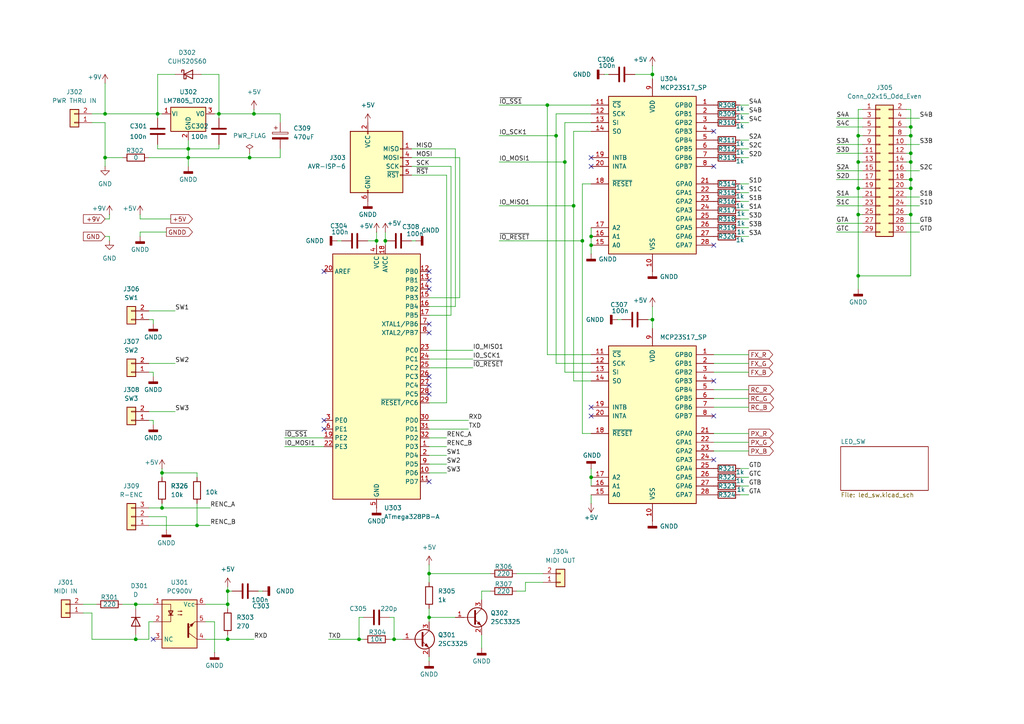
<source format=kicad_sch>
(kicad_sch (version 20250114) (generator "eeschema") (generator_version "9.0")
  (paper "A4")
  (title_block (title "Swticher Matrix 4x4") (date "2025-12-10") (rev "r1p0") (company "Optoland Design") (comment 1 "Chuck Timber"))
  (junction (at 57.15 152.4))
  (junction (at 72.39 45.72))
  (junction (at 264.16 36.83))
  (junction (at 166.37 59.69))
  (junction (at 63.5 33.02))
  (junction (at 45.72 33.02))
  (junction (at 161.29 39.37))
  (junction (at 264.16 54.61))
  (junction (at 189.23 21.59))
  (junction (at 248.92 62.23))
  (junction (at 124.46 179.07))
  (junction (at 114.3 185.42))
  (junction (at 264.16 44.45))
  (junction (at 264.16 39.37))
  (junction (at 46.99 147.32))
  (junction (at 248.92 39.37))
  (junction (at 171.45 138.43))
  (junction (at 171.45 71.12))
  (junction (at 39.37 175.26))
  (junction (at 66.04 171.45))
  (junction (at 66.04 185.42))
  (junction (at 264.16 52.07))
  (junction (at 73.66 33.02))
  (junction (at 168.91 69.85))
  (junction (at 104.14 185.42))
  (junction (at 54.61 43.18))
  (junction (at 264.16 46.99))
  (junction (at 109.22 69.85))
  (junction (at 158.75 30.48))
  (junction (at 189.23 92.71))
  (junction (at 264.16 62.23))
  (junction (at 66.04 175.26))
  (junction (at 46.99 137.16))
  (junction (at 171.45 68.58))
  (junction (at 54.61 45.72))
  (junction (at 124.46 166.37))
  (junction (at 163.83 46.99))
  (junction (at 248.92 80.01))
  (junction (at 248.92 54.61))
  (junction (at 30.48 45.72))
  (junction (at 248.92 46.99))
  (junction (at 111.76 69.85))
  (junction (at 30.48 33.02))
  (junction (at 39.37 185.42))
  (no_connect (at 93.98 124.46))
  (no_connect (at 124.46 81.28))
  (no_connect (at 207.01 110.49))
  (no_connect (at 207.01 48.26))
  (no_connect (at 124.46 139.7))
  (no_connect (at 207.01 38.1))
  (no_connect (at 124.46 96.52))
  (no_connect (at 124.46 93.98))
  (no_connect (at 124.46 83.82))
  (no_connect (at 207.01 120.65))
  (no_connect (at 44.45 185.42))
  (no_connect (at 124.46 109.22))
  (no_connect (at 171.45 45.72))
  (no_connect (at 207.01 71.12))
  (no_connect (at 124.46 114.3))
  (no_connect (at 124.46 78.74))
  (no_connect (at 207.01 133.35))
  (no_connect (at 124.46 111.76))
  (no_connect (at 93.98 121.92))
  (no_connect (at 171.45 120.65))
  (no_connect (at 171.45 48.26))
  (no_connect (at 171.45 118.11))
  (no_connect (at 93.98 78.74))
  (wire (pts (xy 168.91 125.73) (xy 171.45 125.73)))
  (wire (pts (xy 66.04 170.18) (xy 66.04 171.45)))
  (wire (pts (xy 144.78 59.69) (xy 166.37 59.69)))
  (wire (pts (xy 149.86 166.37) (xy 157.48 166.37)))
  (wire (pts (xy 35.56 175.26) (xy 39.37 175.26)))
  (wire (pts (xy 45.72 21.59) (xy 50.8 21.59)))
  (wire (pts (xy 57.15 152.4) (xy 60.96 152.4)))
  (wire (pts (xy 58.42 21.59) (xy 63.5 21.59)))
  (wire (pts (xy 168.91 53.34) (xy 168.91 69.85)))
  (wire (pts (xy 62.23 180.34) (xy 62.23 189.23)))
  (wire (pts (xy 242.57 41.91) (xy 250.19 41.91)))
  (wire (pts (xy 43.18 107.95) (xy 44.45 107.95)))
  (wire (pts (xy 166.37 110.49) (xy 171.45 110.49)))
  (wire (pts (xy 73.66 31.75) (xy 73.66 33.02)))
  (wire (pts (xy 119.38 48.26) (xy 130.81 48.26)))
  (wire (pts (xy 214.63 66.04) (xy 217.17 66.04)))
  (wire (pts (xy 248.92 39.37) (xy 248.92 46.99)))
  (wire (pts (xy 43.18 121.92) (xy 44.45 121.92)))
  (wire (pts (xy 242.57 44.45) (xy 250.19 44.45)))
  (wire (pts (xy 73.66 33.02) (xy 81.28 33.02)))
  (wire (pts (xy 214.63 45.72) (xy 217.17 45.72)))
  (wire (pts (xy 264.16 46.99) (xy 264.16 52.07)))
  (wire (pts (xy 30.48 68.58) (xy 31.75 68.58)))
  (wire (pts (xy 106.68 69.85) (xy 109.22 69.85)))
  (wire (pts (xy 264.16 62.23) (xy 264.16 80.01)))
  (wire (pts (xy 30.48 24.13) (xy 30.48 33.02)))
  (wire (pts (xy 171.45 71.12) (xy 171.45 73.66)))
  (wire (pts (xy 45.72 43.18) (xy 54.61 43.18)))
  (wire (pts (xy 40.64 67.31) (xy 48.26 67.31)))
  (wire (pts (xy 26.67 177.8) (xy 26.67 185.42)))
  (wire (pts (xy 214.63 140.97) (xy 217.17 140.97)))
  (wire (pts (xy 43.18 147.32) (xy 46.99 147.32)))
  (wire (pts (xy 66.04 171.45) (xy 66.04 175.26)))
  (wire (pts (xy 242.57 59.69) (xy 250.19 59.69)))
  (wire (pts (xy 45.72 33.02) (xy 45.72 34.29)))
  (wire (pts (xy 171.45 138.43) (xy 171.45 140.97)))
  (wire (pts (xy 97.79 69.85) (xy 99.06 69.85)))
  (wire (pts (xy 111.76 69.85) (xy 111.76 71.12)))
  (wire (pts (xy 31.75 68.58) (xy 31.75 69.85)))
  (wire (pts (xy 264.16 36.83) (xy 264.16 39.37)))
  (wire (pts (xy 81.28 33.02) (xy 81.28 35.56)))
  (wire (pts (xy 76.2 171.45) (xy 74.93 171.45)))
  (wire (pts (xy 124.46 88.9) (xy 132.08 88.9)))
  (wire (pts (xy 161.29 105.41) (xy 171.45 105.41)))
  (wire (pts (xy 262.89 62.23) (xy 264.16 62.23)))
  (wire (pts (xy 124.46 86.36) (xy 133.35 86.36)))
  (wire (pts (xy 262.89 31.75) (xy 264.16 31.75)))
  (wire (pts (xy 82.55 129.54) (xy 93.98 129.54)))
  (wire (pts (xy 46.99 137.16) (xy 57.15 137.16)))
  (wire (pts (xy 214.63 60.96) (xy 217.17 60.96)))
  (wire (pts (xy 264.16 39.37) (xy 264.16 44.45)))
  (wire (pts (xy 152.4 168.91) (xy 152.4 171.45)))
  (wire (pts (xy 214.63 40.64) (xy 217.17 40.64)))
  (wire (pts (xy 248.92 46.99) (xy 250.19 46.99)))
  (wire (pts (xy 54.61 40.64) (xy 54.61 43.18)))
  (wire (pts (xy 109.22 69.85) (xy 109.22 71.12)))
  (wire (pts (xy 82.55 127) (xy 93.98 127)))
  (wire (pts (xy 26.67 185.42) (xy 39.37 185.42)))
  (wire (pts (xy 54.61 45.72) (xy 54.61 48.26)))
  (wire (pts (xy 242.57 36.83) (xy 250.19 36.83)))
  (wire (pts (xy 124.46 190.5) (xy 124.46 191.77)))
  (wire (pts (xy 149.86 171.45) (xy 152.4 171.45)))
  (wire (pts (xy 207.01 118.11) (xy 217.17 118.11)))
  (wire (pts (xy 132.08 88.9) (xy 132.08 43.18)))
  (wire (pts (xy 248.92 54.61) (xy 250.19 54.61)))
  (wire (pts (xy 217.17 130.81) (xy 207.01 130.81)))
  (wire (pts (xy 264.16 44.45) (xy 264.16 46.99)))
  (wire (pts (xy 40.64 67.31) (xy 40.64 68.58)))
  (wire (pts (xy 66.04 175.26) (xy 66.04 176.53)))
  (wire (pts (xy 30.48 45.72) (xy 35.56 45.72)))
  (wire (pts (xy 144.78 69.85) (xy 168.91 69.85)))
  (wire (pts (xy 163.83 107.95) (xy 171.45 107.95)))
  (wire (pts (xy 242.57 34.29) (xy 250.19 34.29)))
  (wire (pts (xy 214.63 55.88) (xy 217.17 55.88)))
  (wire (pts (xy 124.46 163.83) (xy 124.46 166.37)))
  (wire (pts (xy 163.83 35.56) (xy 171.45 35.56)))
  (wire (pts (xy 189.23 19.05) (xy 189.23 21.59)))
  (wire (pts (xy 158.75 30.48) (xy 158.75 102.87)))
  (wire (pts (xy 39.37 185.42) (xy 43.18 185.42)))
  (wire (pts (xy 214.63 58.42) (xy 217.17 58.42)))
  (wire (pts (xy 144.78 46.99) (xy 163.83 46.99)))
  (wire (pts (xy 45.72 21.59) (xy 45.72 33.02)))
  (wire (pts (xy 124.46 106.68) (xy 137.16 106.68)))
  (wire (pts (xy 262.89 67.31) (xy 266.7 67.31)))
  (wire (pts (xy 59.69 185.42) (xy 66.04 185.42)))
  (wire (pts (xy 139.7 171.45) (xy 142.24 171.45)))
  (wire (pts (xy 45.72 33.02) (xy 46.99 33.02)))
  (wire (pts (xy 171.45 66.04) (xy 171.45 68.58)))
  (wire (pts (xy 30.48 35.56) (xy 30.48 45.72)))
  (wire (pts (xy 135.89 121.92) (xy 124.46 121.92)))
  (wire (pts (xy 171.45 135.89) (xy 171.45 138.43)))
  (wire (pts (xy 63.5 21.59) (xy 63.5 33.02)))
  (wire (pts (xy 130.81 91.44) (xy 130.81 48.26)))
  (wire (pts (xy 54.61 43.18) (xy 63.5 43.18)))
  (wire (pts (xy 124.46 134.62) (xy 129.54 134.62)))
  (wire (pts (xy 43.18 45.72) (xy 54.61 45.72)))
  (wire (pts (xy 262.89 41.91) (xy 266.7 41.91)))
  (wire (pts (xy 124.46 166.37) (xy 124.46 168.91)))
  (wire (pts (xy 214.63 35.56) (xy 217.17 35.56)))
  (wire (pts (xy 40.64 63.5) (xy 40.64 62.23)))
  (wire (pts (xy 152.4 168.91) (xy 157.48 168.91)))
  (wire (pts (xy 264.16 52.07) (xy 264.16 54.61)))
  (wire (pts (xy 144.78 39.37) (xy 161.29 39.37)))
  (wire (pts (xy 30.48 33.02) (xy 45.72 33.02)))
  (wire (pts (xy 262.89 46.99) (xy 264.16 46.99)))
  (wire (pts (xy 48.26 149.86) (xy 48.26 153.67)))
  (wire (pts (xy 30.48 45.72) (xy 30.48 48.26)))
  (wire (pts (xy 63.5 33.02) (xy 63.5 34.29)))
  (wire (pts (xy 248.92 62.23) (xy 250.19 62.23)))
  (wire (pts (xy 81.28 43.18) (xy 81.28 45.72)))
  (wire (pts (xy 175.26 21.59) (xy 176.53 21.59)))
  (wire (pts (xy 189.23 88.9) (xy 189.23 92.71)))
  (wire (pts (xy 214.63 138.43) (xy 217.17 138.43)))
  (wire (pts (xy 114.3 185.42) (xy 116.84 185.42)))
  (wire (pts (xy 124.46 91.44) (xy 130.81 91.44)))
  (wire (pts (xy 262.89 49.53) (xy 266.7 49.53)))
  (wire (pts (xy 242.57 57.15) (xy 250.19 57.15)))
  (wire (pts (xy 242.57 64.77) (xy 250.19 64.77)))
  (wire (pts (xy 46.99 137.16) (xy 46.99 138.43)))
  (wire (pts (xy 242.57 67.31) (xy 250.19 67.31)))
  (wire (pts (xy 217.17 102.87) (xy 207.01 102.87)))
  (wire (pts (xy 54.61 43.18) (xy 54.61 45.72)))
  (wire (pts (xy 262.89 34.29) (xy 266.7 34.29)))
  (wire (pts (xy 264.16 54.61) (xy 264.16 62.23)))
  (wire (pts (xy 54.61 45.72) (xy 72.39 45.72)))
  (wire (pts (xy 161.29 39.37) (xy 161.29 105.41)))
  (wire (pts (xy 43.18 149.86) (xy 48.26 149.86)))
  (wire (pts (xy 24.13 175.26) (xy 27.94 175.26)))
  (wire (pts (xy 124.46 179.07) (xy 132.08 179.07)))
  (wire (pts (xy 44.45 107.95) (xy 44.45 109.22)))
  (wire (pts (xy 49.53 63.5) (xy 40.64 63.5)))
  (wire (pts (xy 248.92 62.23) (xy 248.92 80.01)))
  (wire (pts (xy 171.45 143.51) (xy 171.45 146.05)))
  (wire (pts (xy 179.07 92.71) (xy 180.34 92.71)))
  (wire (pts (xy 189.23 21.59) (xy 189.23 22.86)))
  (wire (pts (xy 248.92 46.99) (xy 248.92 54.61)))
  (wire (pts (xy 168.91 69.85) (xy 168.91 125.73)))
  (wire (pts (xy 129.54 116.84) (xy 124.46 116.84)))
  (wire (pts (xy 242.57 49.53) (xy 250.19 49.53)))
  (wire (pts (xy 43.18 92.71) (xy 44.45 92.71)))
  (wire (pts (xy 104.14 179.07) (xy 104.14 185.42)))
  (wire (pts (xy 57.15 146.05) (xy 57.15 152.4)))
  (wire (pts (xy 262.89 57.15) (xy 266.7 57.15)))
  (wire (pts (xy 124.46 127) (xy 129.54 127)))
  (wire (pts (xy 124.46 132.08) (xy 129.54 132.08)))
  (wire (pts (xy 262.89 39.37) (xy 264.16 39.37)))
  (wire (pts (xy 43.18 90.17) (xy 50.8 90.17)))
  (wire (pts (xy 248.92 39.37) (xy 250.19 39.37)))
  (wire (pts (xy 214.63 68.58) (xy 217.17 68.58)))
  (wire (pts (xy 137.16 101.6) (xy 124.46 101.6)))
  (wire (pts (xy 264.16 31.75) (xy 264.16 36.83)))
  (wire (pts (xy 124.46 137.16) (xy 129.54 137.16)))
  (wire (pts (xy 114.3 179.07) (xy 114.3 185.42)))
  (wire (pts (xy 214.63 63.5) (xy 217.17 63.5)))
  (wire (pts (xy 46.99 135.89) (xy 46.99 137.16)))
  (wire (pts (xy 26.67 33.02) (xy 30.48 33.02)))
  (wire (pts (xy 45.72 41.91) (xy 45.72 43.18)))
  (wire (pts (xy 72.39 44.45) (xy 72.39 45.72)))
  (wire (pts (xy 217.17 115.57) (xy 207.01 115.57)))
  (wire (pts (xy 119.38 45.72) (xy 133.35 45.72)))
  (wire (pts (xy 248.92 54.61) (xy 248.92 62.23)))
  (wire (pts (xy 248.92 80.01) (xy 264.16 80.01)))
  (wire (pts (xy 189.23 92.71) (xy 189.23 95.25)))
  (wire (pts (xy 66.04 171.45) (xy 67.31 171.45)))
  (wire (pts (xy 124.46 176.53) (xy 124.46 179.07)))
  (wire (pts (xy 166.37 38.1) (xy 171.45 38.1)))
  (wire (pts (xy 30.48 63.5) (xy 31.75 63.5)))
  (wire (pts (xy 39.37 175.26) (xy 39.37 176.53)))
  (wire (pts (xy 214.63 30.48) (xy 217.17 30.48)))
  (wire (pts (xy 242.57 52.07) (xy 250.19 52.07)))
  (wire (pts (xy 217.17 105.41) (xy 207.01 105.41)))
  (wire (pts (xy 144.78 30.48) (xy 158.75 30.48)))
  (wire (pts (xy 158.75 30.48) (xy 171.45 30.48)))
  (wire (pts (xy 168.91 53.34) (xy 171.45 53.34)))
  (wire (pts (xy 214.63 53.34) (xy 217.17 53.34)))
  (wire (pts (xy 113.03 179.07) (xy 114.3 179.07)))
  (wire (pts (xy 43.18 119.38) (xy 50.8 119.38)))
  (wire (pts (xy 59.69 175.26) (xy 66.04 175.26)))
  (wire (pts (xy 161.29 33.02) (xy 161.29 39.37)))
  (wire (pts (xy 166.37 38.1) (xy 166.37 59.69)))
  (wire (pts (xy 214.63 143.51) (xy 217.17 143.51)))
  (wire (pts (xy 161.29 33.02) (xy 171.45 33.02)))
  (wire (pts (xy 63.5 33.02) (xy 73.66 33.02)))
  (wire (pts (xy 120.65 69.85) (xy 119.38 69.85)))
  (wire (pts (xy 184.15 21.59) (xy 189.23 21.59)))
  (wire (pts (xy 262.89 59.69) (xy 266.7 59.69)))
  (wire (pts (xy 133.35 86.36) (xy 133.35 45.72)))
  (wire (pts (xy 139.7 184.15) (xy 139.7 187.96)))
  (wire (pts (xy 31.75 63.5) (xy 31.75 62.23)))
  (wire (pts (xy 262.89 52.07) (xy 264.16 52.07)))
  (wire (pts (xy 26.67 35.56) (xy 30.48 35.56)))
  (wire (pts (xy 72.39 45.72) (xy 81.28 45.72)))
  (wire (pts (xy 39.37 175.26) (xy 44.45 175.26)))
  (wire (pts (xy 217.17 107.95) (xy 207.01 107.95)))
  (wire (pts (xy 43.18 180.34) (xy 43.18 185.42)))
  (wire (pts (xy 262.89 54.61) (xy 264.16 54.61)))
  (wire (pts (xy 171.45 68.58) (xy 171.45 71.12)))
  (wire (pts (xy 46.99 147.32) (xy 60.96 147.32)))
  (wire (pts (xy 124.46 179.07) (xy 124.46 180.34)))
  (wire (pts (xy 66.04 185.42) (xy 66.04 184.15)))
  (wire (pts (xy 217.17 113.03) (xy 207.01 113.03)))
  (wire (pts (xy 124.46 166.37) (xy 142.24 166.37)))
  (wire (pts (xy 248.92 83.82) (xy 248.92 80.01)))
  (wire (pts (xy 137.16 104.14) (xy 124.46 104.14)))
  (wire (pts (xy 124.46 129.54) (xy 129.54 129.54)))
  (wire (pts (xy 113.03 185.42) (xy 114.3 185.42)))
  (wire (pts (xy 57.15 137.16) (xy 57.15 138.43)))
  (wire (pts (xy 111.76 67.31) (xy 111.76 69.85)))
  (wire (pts (xy 59.69 180.34) (xy 62.23 180.34)))
  (wire (pts (xy 104.14 185.42) (xy 105.41 185.42)))
  (wire (pts (xy 104.14 179.07) (xy 105.41 179.07)))
  (wire (pts (xy 139.7 171.45) (xy 139.7 173.99)))
  (wire (pts (xy 166.37 59.69) (xy 166.37 110.49)))
  (wire (pts (xy 24.13 177.8) (xy 26.67 177.8)))
  (wire (pts (xy 135.89 124.46) (xy 124.46 124.46)))
  (wire (pts (xy 66.04 185.42) (xy 73.66 185.42)))
  (wire (pts (xy 43.18 152.4) (xy 57.15 152.4)))
  (wire (pts (xy 109.22 67.31) (xy 109.22 69.85)))
  (wire (pts (xy 62.23 33.02) (xy 63.5 33.02)))
  (wire (pts (xy 214.63 43.18) (xy 217.17 43.18)))
  (wire (pts (xy 158.75 102.87) (xy 171.45 102.87)))
  (wire (pts (xy 217.17 128.27) (xy 207.01 128.27)))
  (wire (pts (xy 119.38 50.8) (xy 129.54 50.8)))
  (wire (pts (xy 262.89 36.83) (xy 264.16 36.83)))
  (wire (pts (xy 262.89 64.77) (xy 266.7 64.77)))
  (wire (pts (xy 43.18 105.41) (xy 50.8 105.41)))
  (wire (pts (xy 262.89 44.45) (xy 264.16 44.45)))
  (wire (pts (xy 95.25 185.42) (xy 104.14 185.42)))
  (wire (pts (xy 248.92 31.75) (xy 248.92 39.37)))
  (wire (pts (xy 214.63 33.02) (xy 217.17 33.02)))
  (wire (pts (xy 63.5 41.91) (xy 63.5 43.18)))
  (wire (pts (xy 119.38 43.18) (xy 132.08 43.18)))
  (wire (pts (xy 39.37 184.15) (xy 39.37 185.42)))
  (wire (pts (xy 214.63 135.89) (xy 217.17 135.89)))
  (wire (pts (xy 44.45 92.71) (xy 44.45 93.98)))
  (wire (pts (xy 44.45 121.92) (xy 44.45 123.19)))
  (wire (pts (xy 163.83 35.56) (xy 163.83 46.99)))
  (wire (pts (xy 43.18 180.34) (xy 44.45 180.34)))
  (wire (pts (xy 248.92 31.75) (xy 250.19 31.75)))
  (wire (pts (xy 187.96 92.71) (xy 189.23 92.71)))
  (wire (pts (xy 129.54 116.84) (xy 129.54 50.8)))
  (wire (pts (xy 46.99 146.05) (xy 46.99 147.32)))
  (wire (pts (xy 163.83 46.99) (xy 163.83 107.95)))
  (wire (pts (xy 217.17 125.73) (xy 207.01 125.73)))
  (label "IO_MISO1" (at 144.78 59.69 0))
  (label "SW3" (at 129.54 137.16 0))
  (label "RENC_A" (at 60.96 147.32 0))
  (label "~{IO_RESET}" (at 137.16 106.68 0))
  (label "S3D" (at 217.17 63.5 0))
  (label "RXD" (at 135.89 121.92 0))
  (label "S3B" (at 217.17 66.04 0))
  (label "S2D" (at 242.57 52.07 0))
  (label "GTB" (at 217.17 140.97 0))
  (label "S2D" (at 217.17 45.72 0))
  (label "SCK" (at 120.65 48.26 0))
  (label "S1D" (at 266.7 59.69 0))
  (label "S4C" (at 242.57 36.83 0))
  (label "S4A" (at 217.17 30.48 0))
  (label "IO_SCK1" (at 137.16 104.14 0))
  (label "SW2" (at 50.8 105.41 0))
  (label "S1C" (at 217.17 55.88 0))
  (label "S2A" (at 242.57 49.53 0))
  (label "~{IO_RESET}" (at 144.78 69.85 0))
  (label "SW2" (at 129.54 134.62 0))
  (label "IO_SCK1" (at 144.78 39.37 0))
  (label "SW1" (at 129.54 132.08 0))
  (label "~{IO_SS1}" (at 144.78 30.48 0))
  (label "MISO" (at 120.65 43.18 0))
  (label "S1B" (at 217.17 58.42 0))
  (label "GTB" (at 266.7 64.77 0))
  (label "S1A" (at 242.57 57.15 0))
  (label "GTA" (at 242.57 64.77 0))
  (label "S1B" (at 266.7 57.15 0))
  (label "GTC" (at 242.57 67.31 0))
  (label "S1D" (at 217.17 53.34 0))
  (label "S4B" (at 217.17 33.02 0))
  (label "GTA" (at 217.17 143.51 0))
  (label "RENC_A" (at 129.54 127 0))
  (label "S2C" (at 217.17 43.18 0))
  (label "S2C" (at 266.7 49.53 0))
  (label "RENC_B" (at 129.54 129.54 0))
  (label "~{IO_SS1}" (at 82.55 127 0))
  (label "SW1" (at 50.8 90.17 0))
  (label "GTD" (at 266.7 67.31 0))
  (label "TXD" (at 135.89 124.46 0))
  (label "IO_MISO1" (at 137.16 101.6 0))
  (label "GTD" (at 217.17 135.89 0))
  (label "S3B" (at 266.7 41.91 0))
  (label "S3D" (at 242.57 44.45 0))
  (label "S3A" (at 217.17 68.58 0))
  (label "S1A" (at 217.17 60.96 0))
  (label "IO_MOSI1" (at 82.55 129.54 0))
  (label "RENC_B" (at 60.96 152.4 0))
  (label "IO_MOSI1" (at 144.78 46.99 0))
  (label "MOSI" (at 120.65 45.72 0))
  (label "S4A" (at 242.57 34.29 0))
  (label "S4C" (at 217.17 35.56 0))
  (label "~{RST}" (at 120.65 50.8 0))
  (label "TXD" (at 95.25 185.42 0))
  (label "RXD" (at 73.66 185.42 0))
  (label "S4B" (at 266.7 34.29 0))
  (label "S1C" (at 242.57 59.69 0))
  (label "GTC" (at 217.17 138.43 0))
  (label "SW3" (at 50.8 119.38 0))
  (label "S2A" (at 217.17 40.64 0))
  (label "S3A" (at 242.57 41.91 0))
  (global_label "PX_B" (shape output) (at 217.17 130.81 0) (property "Intersheetrefs" "${INTERSHEET_REFS}" (effects (hide yes))))
  (global_label "+9V" (shape input) (at 30.48 63.5 180) (property "Intersheetrefs" "${INTERSHEET_REFS}" (effects (hide yes))))
  (global_label "+5V" (shape output) (at 49.53 63.5 0) (property "Intersheetrefs" "${INTERSHEET_REFS}" (effects (hide yes))))
  (global_label "RC_B" (shape output) (at 217.17 118.11 0) (property "Intersheetrefs" "${INTERSHEET_REFS}" (effects (hide yes))))
  (global_label "GND" (shape input) (at 30.48 68.58 180) (property "Intersheetrefs" "${INTERSHEET_REFS}" (effects (hide yes))))
  (global_label "PX_R" (shape output) (at 217.17 125.73 0) (property "Intersheetrefs" "${INTERSHEET_REFS}" (effects (hide yes))))
  (global_label "RC_R" (shape output) (at 217.17 113.03 0) (property "Intersheetrefs" "${INTERSHEET_REFS}" (effects (hide yes))))
  (global_label "GNDD" (shape output) (at 48.26 67.31 0) (property "Intersheetrefs" "${INTERSHEET_REFS}" (effects (hide yes))))
  (global_label "RC_G" (shape output) (at 217.17 115.57 0) (property "Intersheetrefs" "${INTERSHEET_REFS}" (effects (hide yes))))
  (global_label "FX_B" (shape output) (at 217.17 107.95 0) (property "Intersheetrefs" "${INTERSHEET_REFS}" (effects (hide yes))))
  (global_label "FX_G" (shape output) (at 217.17 105.41 0) (property "Intersheetrefs" "${INTERSHEET_REFS}" (effects (hide yes))))
  (global_label "PX_G" (shape output) (at 217.17 128.27 0) (property "Intersheetrefs" "${INTERSHEET_REFS}" (effects (hide yes))))
  (global_label "FX_R" (shape output) (at 217.17 102.87 0) (property "Intersheetrefs" "${INTERSHEET_REFS}" (effects (hide yes))))
  (symbol (lib_id "Connector_Generic:Conn_01x02") (at 38.1 107.95 180) (unit 1)
    (property "Reference" "J307" (at 38.1 99.06 0))
    (property "Value" "SW2" (at 38.1 101.6 0))
    (property "Footprint" "Connector_PinSocket_2.54mm:PinSocket_1x02_P2.54mm_Vertical" (effects (hide yes)))
    (property "Description" "Generic connector, single row, 01x02, script generated (kicad-library-utils/schlib/autogen/connector/)" (effects (hide yes)))
  )
  (symbol (lib_id "power:GNDD") (at 44.45 123.19 0) (mirror y) (unit 1)
    (property "Reference" "#PWR0336" (effects (hide yes)))
    (property "Value" "GNDD" (at 44.45 127 0))
    (property "Description" "Power symbol creates a global label with name \"GNDD\" , digital ground" (effects (hide yes)))
  )
  (symbol (lib_id "MyLib:PC900V") (at 52.07 180.34 0) (unit 1)
    (property "Reference" "U301" (at 52.07 168.91 0))
    (property "Value" "PC900V" (at 52.07 171.45 0))
    (property "Footprint" "Package_DIP:DIP-6_W7.62mm" (effects (hide yes)))
  )
  (symbol (lib_id "power:GNDD") (at 62.23 189.23 0) (mirror y) (unit 1)
    (property "Reference" "#PWR0308" (effects (hide yes)))
    (property "Value" "GNDD" (at 62.23 193.04 0))
    (property "Description" "Power symbol creates a global label with name \"GNDD\" , digital ground" (effects (hide yes)))
  )
  (symbol (lib_id "power:+5V") (at 109.22 67.31 0) (unit 1)
    (property "Reference" "#PWR0315" (effects (hide yes)))
    (property "Value" "+5V" (at 106.172 65.532 0))
    (property "Description" "Power symbol creates a global label with name \"+5V\"" (effects (hide yes)))
  )
  (symbol (lib_id "Device:R") (at 31.75 175.26 90) (mirror x) (unit 1)
    (property "Reference" "R301" (at 31.75 173.228 90))
    (property "Value" "220" (at 31.75 175.26 90))
    (property "Footprint" "Resistor_SMD:R_0603_1608Metric_Pad0.98x0.95mm_HandSolder" (effects (hide yes)))
    (property "Description" "Resistor" (effects (hide yes)))
  )
  (symbol (lib_id "Device:R") (at 66.04 180.34 0) (mirror y) (unit 1)
    (property "Reference" "R303" (at 68.58 179.0699 0) (effects (justify right)))
    (property "Value" "270" (at 68.58 181.6099 0) (effects (justify right)))
    (property "Footprint" "Resistor_THT:R_Axial_DIN0204_L3.6mm_D1.6mm_P2.54mm_Vertical" (effects (hide yes)))
    (property "Description" "Resistor" (effects (hide yes)))
  )
  (symbol (lib_id "Device:R") (at 210.82 45.72 270) (mirror x) (unit 1)
    (property "Reference" "R313" (at 210.82 45.72 90))
    (property "Value" "1k" (at 214.63 46.736 90))
    (property "Footprint" "Resistor_SMD:R_0603_1608Metric_Pad0.98x0.95mm_HandSolder" (effects (hide yes)))
    (property "Description" "Resistor" (effects (hide yes)))
  )
  (symbol (lib_id "power:GNDD") (at 179.07 92.71 270) (mirror x) (unit 1)
    (property "Reference" "#PWR0325" (effects (hide yes)))
    (property "Value" "GNDD" (at 175.26 92.7099 90) (effects (justify right)))
    (property "Description" "Power symbol creates a global label with name \"GNDD\" , digital ground" (effects (hide yes)))
  )
  (symbol (lib_id "Device:R") (at 124.46 172.72 0) (mirror y) (unit 1)
    (property "Reference" "R305" (at 127 171.4499 0) (effects (justify right)))
    (property "Value" "1k" (at 127 173.9899 0) (effects (justify right)))
    (property "Footprint" "Resistor_SMD:R_0603_1608Metric_Pad0.98x0.95mm_HandSolder" (effects (hide yes)))
    (property "Description" "Resistor" (effects (hide yes)))
  )
  (symbol (lib_id "power:PWR_FLAG") (at 72.39 44.45 0) (unit 1)
    (property "Reference" "#FLG0301" (effects (hide yes)))
    (property "Value" "PWR_FLAG" (at 72.39 39.37 0))
    (property "Description" "Special symbol for telling ERC where power comes from" (effects (hide yes)))
  )
  (symbol (lib_id "power:+5V") (at 31.75 62.23 0) (unit 1)
    (property "Reference" "#PWR0305" (effects (hide yes)))
    (property "Value" "+9V" (at 28.702 60.452 0))
    (property "Description" "Power symbol creates a global label with name \"+5V\"" (effects (hide yes)))
  )
  (symbol (lib_id "power:+5V") (at 40.64 62.23 0) (unit 1)
    (property "Reference" "#PWR0303" (effects (hide yes)))
    (property "Value" "+5V" (at 37.592 60.452 0))
    (property "Description" "Power symbol creates a global label with name \"+5V\"" (effects (hide yes)))
  )
  (symbol (lib_id "Connector_Generic:Conn_02x15_Odd_Even") (at 255.27 49.53 0) (unit 1)
    (property "Reference" "J305" (at 256.54 25.4 0))
    (property "Value" "Conn_02x15_Odd_Even" (at 256.54 27.94 0))
    (property "Footprint" "Connector_PinHeader_2.54mm:PinHeader_2x15_P2.54mm_Vertical" (effects (hide yes)))
    (property "Description" "Generic connector, double row, 02x15, odd/even pin numbering scheme (row 1 odd numbers, row 2 even numbers), script generated (kicad-library-utils/schlib/autogen/connector/)" (effects (hide yes)))
  )
  (symbol (lib_id "Device:R") (at 210.82 53.34 270) (mirror x) (unit 1)
    (property "Reference" "R314" (at 210.82 53.34 90))
    (property "Value" "1k" (at 214.63 54.356 90))
    (property "Footprint" "Resistor_SMD:R_0603_1608Metric_Pad0.98x0.95mm_HandSolder" (effects (hide yes)))
    (property "Description" "Resistor" (effects (hide yes)))
  )
  (symbol (lib_id "Device:C") (at 45.72 38.1 0) (unit 1)
    (property "Reference" "C301" (at 37.592 36.576 0) (effects (justify left)))
    (property "Value" "100n" (at 37.592 39.624 0) (effects (justify left)))
    (property "Footprint" "Capacitor_SMD:C_0603_1608Metric_Pad1.08x0.95mm_HandSolder" (effects (hide yes)))
    (property "Description" "Unpolarized capacitor" (effects (hide yes)))
  )
  (symbol (lib_id "Device:R") (at 146.05 171.45 90) (mirror x) (unit 1)
    (property "Reference" "R307" (at 146.05 169.418 90))
    (property "Value" "220" (at 146.05 171.45 90))
    (property "Footprint" "Resistor_SMD:R_0603_1608Metric_Pad0.98x0.95mm_HandSolder" (effects (hide yes)))
    (property "Description" "Resistor" (effects (hide yes)))
  )
  (symbol (lib_id "Device:R") (at 210.82 43.18 270) (mirror x) (unit 1)
    (property "Reference" "R312" (at 210.82 43.18 90))
    (property "Value" "1k" (at 214.63 44.196 90))
    (property "Footprint" "Resistor_SMD:R_0603_1608Metric_Pad0.98x0.95mm_HandSolder" (effects (hide yes)))
    (property "Description" "Resistor" (effects (hide yes)))
  )
  (symbol (lib_id "power:GNDD") (at 40.64 68.58 0) (mirror y) (unit 1)
    (property "Reference" "#PWR0304" (effects (hide yes)))
    (property "Value" "GNDD" (at 40.64 72.39 0))
    (property "Description" "Power symbol creates a global label with name \"GNDD\" , digital ground" (effects (hide yes)))
  )
  (symbol (lib_id "Device:R") (at 210.82 140.97 270) (mirror x) (unit 1)
    (property "Reference" "R323" (at 210.82 140.97 90))
    (property "Value" "1k" (at 214.884 141.986 90))
    (property "Footprint" "Resistor_SMD:R_0603_1608Metric_Pad0.98x0.95mm_HandSolder" (effects (hide yes)))
    (property "Description" "Resistor" (effects (hide yes)))
  )
  (symbol (lib_id "Connector_Generic:Conn_01x02") (at 38.1 121.92 180) (unit 1)
    (property "Reference" "J308" (at 38.1 113.03 0))
    (property "Value" "SW3" (at 38.1 115.57 0))
    (property "Footprint" "Connector_PinSocket_2.54mm:PinSocket_1x02_P2.54mm_Vertical" (effects (hide yes)))
    (property "Description" "Generic connector, single row, 01x02, script generated (kicad-library-utils/schlib/autogen/connector/)" (effects (hide yes)))
  )
  (symbol (lib_id "power:GNDD") (at 248.92 83.82 0) (mirror y) (unit 1)
    (property "Reference" "#PWR0330" (effects (hide yes)))
    (property "Value" "GNDD" (at 248.92 87.63 0))
    (property "Description" "Power symbol creates a global label with name \"GNDD\" , digital ground" (effects (hide yes)))
  )
  (symbol (lib_id "power:GNDD") (at 175.26 21.59 270) (mirror x) (unit 1)
    (property "Reference" "#PWR0324" (effects (hide yes)))
    (property "Value" "GNDD" (at 171.45 21.5899 90) (effects (justify right)))
    (property "Description" "Power symbol creates a global label with name \"GNDD\" , digital ground" (effects (hide yes)))
  )
  (symbol (lib_id "Connector_Generic:Conn_01x02") (at 21.59 35.56 180) (unit 1)
    (property "Reference" "J302" (at 21.59 26.67 0))
    (property "Value" "PWR THRU IN" (at 21.59 29.21 0))
    (property "Footprint" "Connector_PinSocket_2.54mm:PinSocket_1x02_P2.54mm_Vertical" (effects (hide yes)))
    (property "Description" "Generic connector, single row, 01x02, script generated (kicad-library-utils/schlib/autogen/connector/)" (effects (hide yes)))
  )
  (symbol (lib_id "power:GNDD") (at 171.45 135.89 0) (mirror x) (unit 1)
    (property "Reference" "#PWR0322" (effects (hide yes)))
    (property "Value" "GNDD" (at 171.704 132.08 0))
    (property "Description" "Power symbol creates a global label with name \"GNDD\" , digital ground" (effects (hide yes)))
  )
  (symbol (lib_id "Transistor_BJT:2SC4213") (at 137.16 179.07 0) (unit 1)
    (property "Reference" "Q302" (at 142.24 177.7999 0) (effects (justify left)))
    (property "Value" "2SC3325" (at 142.24 180.3399 0) (effects (justify left)))
    (property "Footprint" "Package_TO_SOT_SMD:SOT-323_SC-70" (effects (hide yes)))
    (property "Datasheet" "https://toshiba.semicon-storage.com/info/docget.jsp?did=19305&prodName=2SC4213" (effects (hide yes)))
    (property "Description" "0.3A Ic, 20V Vce, NPN Transistor, For Muting and Switching, SOT-323" (effects (hide yes)))
  )
  (symbol (lib_id "Connector_Generic:Conn_01x02") (at 19.05 177.8 180) (unit 1)
    (property "Reference" "J301" (at 19.05 168.91 0))
    (property "Value" "MIDI IN" (at 19.05 171.45 0))
    (property "Footprint" "Connector_PinSocket_2.54mm:PinSocket_1x02_P2.54mm_Vertical" (effects (hide yes)))
    (property "Description" "Generic connector, single row, 01x02, script generated (kicad-library-utils/schlib/autogen/connector/)" (effects (hide yes)))
  )
  (symbol (lib_id "power:+5V") (at 30.48 24.13 0) (unit 1)
    (property "Reference" "#PWR0301" (effects (hide yes)))
    (property "Value" "+9V" (at 27.432 22.352 0))
    (property "Description" "Power symbol creates a global label with name \"+5V\"" (effects (hide yes)))
  )
  (symbol (lib_id "power:+5V") (at 46.99 135.89 0) (unit 1)
    (property "Reference" "#PWR0335" (effects (hide yes)))
    (property "Value" "+5V" (at 43.942 134.112 0))
    (property "Description" "Power symbol creates a global label with name \"+5V\"" (effects (hide yes)))
  )
  (symbol (lib_id "power:GNDD") (at 54.61 48.26 0) (mirror y) (unit 1)
    (property "Reference" "#PWR0307" (effects (hide yes)))
    (property "Value" "GNDD" (at 54.61 52.07 0))
    (property "Description" "Power symbol creates a global label with name \"GNDD\" , digital ground" (effects (hide yes)))
  )
  (symbol (lib_id "Device:R") (at 210.82 66.04 270) (mirror x) (unit 1)
    (property "Reference" "R319" (at 210.82 66.04 90))
    (property "Value" "1k" (at 214.884 67.31 90))
    (property "Footprint" "Resistor_SMD:R_0603_1608Metric_Pad0.98x0.95mm_HandSolder" (effects (hide yes)))
    (property "Description" "Resistor" (effects (hide yes)))
  )
  (symbol (lib_id "Device:C") (at 109.22 179.07 90) (unit 1)
    (property "Reference" "C305" (at 103.886 176.53 90))
    (property "Value" "220p" (at 112.776 176.53 90))
    (property "Footprint" "Capacitor_THT:C_Disc_D6.0mm_W2.5mm_P5.00mm" (effects (hide yes)))
    (property "Description" "Unpolarized capacitor" (effects (hide yes)))
  )
  (symbol (lib_id "Device:C") (at 63.5 38.1 0) (unit 1)
    (property "Reference" "C302" (at 55.372 36.576 0) (effects (justify left)))
    (property "Value" "100n" (at 55.372 39.624 0) (effects (justify left)))
    (property "Footprint" "Capacitor_SMD:C_0603_1608Metric_Pad1.08x0.95mm_HandSolder" (effects (hide yes)))
    (property "Description" "Unpolarized capacitor" (effects (hide yes)))
  )
  (symbol (lib_id "power:+5V") (at 111.76 67.31 0) (unit 1)
    (property "Reference" "#PWR0317" (effects (hide yes)))
    (property "Value" "+5V" (at 114.3 64.77 0))
    (property "Description" "Power symbol creates a global label with name \"+5V\"" (effects (hide yes)))
  )
  (symbol (lib_id "Device:R") (at 210.82 35.56 270) (mirror x) (unit 1)
    (property "Reference" "R310" (at 210.82 35.56 90))
    (property "Value" "1k" (at 214.63 36.576 90))
    (property "Footprint" "Resistor_SMD:R_0603_1608Metric_Pad0.98x0.95mm_HandSolder" (effects (hide yes)))
    (property "Description" "Resistor" (effects (hide yes)))
  )
  (symbol (lib_id "Device:R") (at 39.37 45.72 270) (mirror x) (unit 1)
    (property "Reference" "R302" (at 41.656 43.688 90) (effects (justify right)))
    (property "Value" "0" (at 40.132 45.72 90) (effects (justify right)))
    (property "Footprint" "Resistor_SMD:R_0603_1608Metric_Pad0.98x0.95mm_HandSolder" (effects (hide yes)))
    (property "Description" "Resistor" (effects (hide yes)))
  )
  (symbol (lib_id "Connector:AVR-ISP-6") (at 109.22 48.26 0) (unit 1)
    (property "Reference" "J303" (at 100.33 45.7199 0) (effects (justify right)))
    (property "Value" "AVR-ISP-6" (at 100.33 48.2599 0) (effects (justify right)))
    (property "Footprint" "Connector_PinHeader_2.54mm:PinHeader_2x03_P2.54mm_Vertical" (effects (hide yes)))
    (property "Description" "Atmel 6-pin ISP connector" (effects (hide yes)))
  )
  (symbol (lib_id "power:+5V") (at 124.46 163.83 0) (unit 1)
    (property "Reference" "#PWR0318" (effects (hide yes)))
    (property "Value" "+5V" (at 124.46 158.75 0))
    (property "Description" "Power symbol creates a global label with name \"+5V\"" (effects (hide yes)))
  )
  (symbol (lib_id "Device:R") (at 210.82 63.5 270) (mirror x) (unit 1)
    (property "Reference" "R318" (at 210.82 63.5 90))
    (property "Value" "1k" (at 214.884 64.77 90))
    (property "Footprint" "Resistor_SMD:R_0603_1608Metric_Pad0.98x0.95mm_HandSolder" (effects (hide yes)))
    (property "Description" "Resistor" (effects (hide yes)))
  )
  (symbol (lib_id "power:GNDD") (at 109.22 147.32 0) (mirror y) (unit 1)
    (property "Reference" "#PWR0316" (effects (hide yes)))
    (property "Value" "GNDD" (at 109.22 151.13 0))
    (property "Description" "Power symbol creates a global label with name \"GNDD\" , digital ground" (effects (hide yes)))
  )
  (symbol (lib_id "power:+5V") (at 73.66 31.75 0) (unit 1)
    (property "Reference" "#PWR0311" (effects (hide yes)))
    (property "Value" "+5V" (at 73.66 26.67 0))
    (property "Description" "Power symbol creates a global label with name \"+5V\"" (effects (hide yes)))
  )
  (symbol (lib_id "Device:D") (at 39.37 180.34 270) (unit 1)
    (property "Reference" "D301" (at 37.846 169.926 90) (effects (justify left)))
    (property "Value" "D" (at 38.608 172.466 90) (effects (justify left)))
    (property "Footprint" "Diode_SMD:Nexperia_CFP3_SOD-123W" (effects (hide yes)))
    (property "Description" "Diode" (effects (hide yes)))
    (property "Sim.Device" "D" (effects (hide yes)))
    (property "Sim.Pins" "1=K 2=A" (effects (hide yes)))
  )
  (symbol (lib_id "Device:R") (at 210.82 68.58 270) (mirror x) (unit 1)
    (property "Reference" "R320" (at 210.82 68.58 90))
    (property "Value" "1k" (at 214.63 69.596 90))
    (property "Footprint" "Resistor_SMD:R_0603_1608Metric_Pad0.98x0.95mm_HandSolder" (effects (hide yes)))
    (property "Description" "Resistor" (effects (hide yes)))
  )
  (symbol (lib_id "power:GND") (at 31.75 69.85 0) (unit 1)
    (property "Reference" "#PWR0306" (effects (hide yes)))
    (property "Value" "GND" (at 31.75 74.93 0))
    (property "Description" "Power symbol creates a global label with name \"GND\" , ground" (effects (hide yes)))
  )
  (symbol (lib_id "Device:R") (at 210.82 60.96 270) (mirror x) (unit 1)
    (property "Reference" "R317" (at 210.82 60.96 90))
    (property "Value" "1k" (at 214.884 61.976 90))
    (property "Footprint" "Resistor_SMD:R_0603_1608Metric_Pad0.98x0.95mm_HandSolder" (effects (hide yes)))
    (property "Description" "Resistor" (effects (hide yes)))
  )
  (symbol (lib_id "Device:R") (at 210.82 30.48 270) (mirror x) (unit 1)
    (property "Reference" "R308" (at 210.82 30.48 90))
    (property "Value" "1k" (at 214.63 31.496 90))
    (property "Footprint" "Resistor_SMD:R_0603_1608Metric_Pad0.98x0.95mm_HandSolder" (effects (hide yes)))
    (property "Description" "Resistor" (effects (hide yes)))
  )
  (symbol (lib_id "Device:C") (at 102.87 69.85 90) (unit 1)
    (property "Reference" "C304" (at 100.838 65.532 90) (effects (justify left)))
    (property "Value" "100n" (at 101.092 67.31 90) (effects (justify left)))
    (property "Footprint" "Capacitor_SMD:C_0603_1608Metric_Pad1.08x0.95mm_HandSolder" (effects (hide yes)))
    (property "Description" "Unpolarized capacitor" (effects (hide yes)))
  )
  (symbol (lib_id "power:GNDD") (at 76.2 171.45 90) (mirror x) (unit 1)
    (property "Reference" "#PWR0310" (effects (hide yes)))
    (property "Value" "GNDD" (at 80.01 171.4501 90) (effects (justify right)))
    (property "Description" "Power symbol creates a global label with name \"GNDD\" , digital ground" (effects (hide yes)))
  )
  (symbol (lib_id "Device:D_Schottky") (at 54.61 21.59 0) (unit 1)
    (property "Reference" "D302" (at 54.2925 15.24 0))
    (property "Value" "CUHS20S60" (at 54.2925 17.78 0))
    (property "Footprint" "Diode_SMD:D_1210_3225Metric_Pad1.42x2.65mm_HandSolder" (effects (hide yes)))
    (property "Description" "Schottky diode" (effects (hide yes)))
  )
  (symbol (lib_id "Device:R") (at 57.15 142.24 0) (unit 1)
    (property "Reference" "R326" (at 54.61 140.9699 0) (effects (justify right)))
    (property "Value" "10k" (at 63.246 142.748 0) (effects (justify right)))
    (property "Footprint" "Resistor_SMD:R_0603_1608Metric_Pad0.98x0.95mm_HandSolder" (effects (hide yes)))
    (property "Description" "Resistor" (effects (hide yes)))
  )
  (symbol (lib_id "power:GND") (at 30.48 48.26 0) (unit 1)
    (property "Reference" "#PWR0302" (effects (hide yes)))
    (property "Value" "GND" (at 30.48 53.34 0))
    (property "Description" "Power symbol creates a global label with name \"GND\" , ground" (effects (hide yes)))
  )
  (symbol (lib_id "power:GNDD") (at 120.65 69.85 90) (mirror x) (unit 1)
    (property "Reference" "#PWR0331" (effects (hide yes)))
    (property "Value" "GNDD" (at 122.174 66.802 90) (effects (justify right)))
    (property "Description" "Power symbol creates a global label with name \"GNDD\" , digital ground" (effects (hide yes)))
  )
  (symbol (lib_id "Device:C") (at 184.15 92.71 90) (unit 1)
    (property "Reference" "C307" (at 182.118 88.392 90) (effects (justify left)))
    (property "Value" "100n" (at 182.372 90.17 90) (effects (justify left)))
    (property "Footprint" "Capacitor_SMD:C_0603_1608Metric_Pad1.08x0.95mm_HandSolder" (effects (hide yes)))
    (property "Description" "Unpolarized capacitor" (effects (hide yes)))
  )
  (symbol (lib_id "power:GNDD") (at 189.23 151.13 0) (mirror y) (unit 1)
    (property "Reference" "#PWR0329" (effects (hide yes)))
    (property "Value" "GNDD" (at 194.056 152.654 0))
    (property "Description" "Power symbol creates a global label with name \"GNDD\" , digital ground" (effects (hide yes)))
  )
  (symbol (lib_id "Interface_Expansion:MCP23S17_SP") (at 189.23 123.19 0) (unit 1)
    (property "Reference" "U305" (effects (hide yes)))
    (property "Value" "MCP23S17_SP" (at 191.3733 97.79 0) (effects (justify left)))
    (property "Footprint" "Package_DIP:DIP-28_W7.62mm" (effects (hide yes)))
    (property "Datasheet" "http://ww1.microchip.com/downloads/en/DeviceDoc/20001952C.pdf" (effects (hide yes)))
    (property "Description" "16-bit I/O expander, SPI, interrupts, w pull-ups, SPDIP-28" (effects (hide yes)))
  )
  (symbol (lib_id "Device:R") (at 210.82 138.43 270) (mirror x) (unit 1)
    (property "Reference" "R322" (at 210.82 138.43 90))
    (property "Value" "1k" (at 214.63 139.446 90))
    (property "Footprint" "Resistor_SMD:R_0603_1608Metric_Pad0.98x0.95mm_HandSolder" (effects (hide yes)))
    (property "Description" "Resistor" (effects (hide yes)))
  )
  (symbol (lib_id "Device:R") (at 210.82 143.51 270) (mirror x) (unit 1)
    (property "Reference" "R324" (at 210.82 143.51 90))
    (property "Value" "1k" (effects (hide yes)))
    (property "Footprint" "Resistor_SMD:R_0603_1608Metric_Pad0.98x0.95mm_HandSolder" (effects (hide yes)))
    (property "Description" "Resistor" (effects (hide yes)))
  )
  (symbol (lib_id "Connector_Generic:Conn_01x03") (at 38.1 149.86 180) (unit 1)
    (property "Reference" "J309" (at 38.1 140.97 0))
    (property "Value" "R-ENC" (at 38.1 143.51 0))
    (property "Footprint" "Connector_PinHeader_2.54mm:PinHeader_1x03_P2.54mm_Vertical" (effects (hide yes)))
    (property "Description" "Generic connector, single row, 01x03, script generated (kicad-library-utils/schlib/autogen/connector/)" (effects (hide yes)))
  )
  (symbol (lib_id "power:GNDD") (at 106.68 58.42 0) (mirror y) (unit 1)
    (property "Reference" "#PWR0314" (effects (hide yes)))
    (property "Value" "GNDD" (at 106.68 62.23 0))
    (property "Description" "Power symbol creates a global label with name \"GNDD\" , digital ground" (effects (hide yes)))
  )
  (symbol (lib_id "power:GNDD") (at 124.46 191.77 0) (mirror y) (unit 1)
    (property "Reference" "#PWR0319" (effects (hide yes)))
    (property "Value" "GNDD" (at 124.46 195.58 0))
    (property "Description" "Power symbol creates a global label with name \"GNDD\" , digital ground" (effects (hide yes)))
  )
  (symbol (lib_id "power:+5V") (at 171.45 146.05 180) (unit 1)
    (property "Reference" "#PWR0323" (effects (hide yes)))
    (property "Value" "+5V" (at 171.45 150.114 0))
    (property "Description" "Power symbol creates a global label with name \"+5V\"" (effects (hide yes)))
  )
  (symbol (lib_id "power:GNDD") (at 44.45 93.98 0) (mirror y) (unit 1)
    (property "Reference" "#PWR0332" (effects (hide yes)))
    (property "Value" "GNDD" (at 44.45 97.79 0))
    (property "Description" "Power symbol creates a global label with name \"GNDD\" , digital ground" (effects (hide yes)))
  )
  (symbol (lib_name "MCP23S17_SP_1") (lib_id "Interface_Expansion:MCP23S17_SP") (at 189.23 50.8 0) (unit 1)
    (property "Reference" "U304" (at 191.3733 22.86 0) (effects (justify left)))
    (property "Value" "MCP23S17_SP" (at 191.3733 25.4 0) (effects (justify left)))
    (property "Footprint" "Package_DIP:DIP-28_W7.62mm" (effects (hide yes)))
    (property "Datasheet" "http://ww1.microchip.com/downloads/en/DeviceDoc/20001952C.pdf" (effects (hide yes)))
    (property "Description" "16-bit I/O expander, SPI, interrupts, w pull-ups, SPDIP-28" (effects (hide yes)))
  )
  (symbol (lib_id "Device:C") (at 115.57 69.85 270) (unit 1)
    (property "Reference" "C308" (at 116.586 65.786 90) (effects (justify left)))
    (property "Value" "100n" (at 117.856 67.818 90) (effects (justify left)))
    (property "Footprint" "Capacitor_SMD:C_0603_1608Metric_Pad1.08x0.95mm_HandSolder" (effects (hide yes)))
    (property "Description" "Unpolarized capacitor" (effects (hide yes)))
  )
  (symbol (lib_id "power:+5V") (at 66.04 170.18 0) (unit 1)
    (property "Reference" "#PWR0309" (effects (hide yes)))
    (property "Value" "+5V" (at 66.04 165.1 0))
    (property "Description" "Power symbol creates a global label with name \"+5V\"" (effects (hide yes)))
  )
  (symbol (lib_id "Device:C") (at 180.34 21.59 90) (unit 1)
    (property "Reference" "C306" (at 178.308 17.272 90) (effects (justify left)))
    (property "Value" "100n" (at 178.562 19.05 90) (effects (justify left)))
    (property "Footprint" "Capacitor_SMD:C_0603_1608Metric_Pad1.08x0.95mm_HandSolder" (effects (hide yes)))
    (property "Description" "Unpolarized capacitor" (effects (hide yes)))
  )
  (symbol (lib_id "Device:C") (at 71.12 171.45 270) (unit 1)
    (property "Reference" "C303" (at 73.152 175.768 90) (effects (justify left)))
    (property "Value" "100n" (at 72.898 173.99 90) (effects (justify left)))
    (property "Footprint" "Capacitor_SMD:C_0603_1608Metric_Pad1.08x0.95mm_HandSolder" (effects (hide yes)))
    (property "Description" "Unpolarized capacitor" (effects (hide yes)))
  )
  (symbol (lib_id "power:+5V") (at 189.23 88.9 0) (unit 1)
    (property "Reference" "#PWR0328" (effects (hide yes)))
    (property "Value" "+5V" (at 185.674 87.122 0))
    (property "Description" "Power symbol creates a global label with name \"+5V\"" (effects (hide yes)))
  )
  (symbol (lib_id "Device:R") (at 109.22 185.42 90) (mirror x) (unit 1)
    (property "Reference" "R304" (at 109.474 183.388 90))
    (property "Value" "10k" (at 109.22 185.42 90))
    (property "Footprint" "Resistor_SMD:R_0603_1608Metric_Pad0.98x0.95mm_HandSolder" (effects (hide yes)))
    (property "Description" "Resistor" (effects (hide yes)))
  )
  (symbol (lib_id "power:+5V") (at 106.68 35.56 0) (unit 1)
    (property "Reference" "#PWR0313" (effects (hide yes)))
    (property "Value" "+5V" (at 106.68 30.48 0))
    (property "Description" "Power symbol creates a global label with name \"+5V\"" (effects (hide yes)))
  )
  (symbol (lib_id "Connector_Generic:Conn_01x02") (at 162.56 168.91 0) (mirror x) (unit 1)
    (property "Reference" "J304" (at 162.56 160.02 0))
    (property "Value" "MIDI OUT" (at 162.56 162.56 0))
    (property "Footprint" "Connector_PinSocket_2.54mm:PinSocket_1x02_P2.54mm_Vertical" (effects (hide yes)))
    (property "Description" "Generic connector, single row, 01x02, script generated (kicad-library-utils/schlib/autogen/connector/)" (effects (hide yes)))
  )
  (symbol (lib_id "power:GNDD") (at 189.23 78.74 0) (mirror y) (unit 1)
    (property "Reference" "#PWR0327" (effects (hide yes)))
    (property "Value" "GNDD" (at 194.056 80.264 0))
    (property "Description" "Power symbol creates a global label with name \"GNDD\" , digital ground" (effects (hide yes)))
  )
  (symbol (lib_id "Device:R") (at 210.82 40.64 270) (mirror x) (unit 1)
    (property "Reference" "R311" (at 210.82 40.64 90))
    (property "Value" "1k" (at 214.63 41.656 90))
    (property "Footprint" "Resistor_SMD:R_0603_1608Metric_Pad0.98x0.95mm_HandSolder" (effects (hide yes)))
    (property "Description" "Resistor" (effects (hide yes)))
  )
  (symbol (lib_id "power:GNDD") (at 171.45 73.66 0) (mirror y) (unit 1)
    (property "Reference" "#PWR0321" (effects (hide yes)))
    (property "Value" "GNDD" (at 176.276 75.184 0))
    (property "Description" "Power symbol creates a global label with name \"GNDD\" , digital ground" (effects (hide yes)))
  )
  (symbol (lib_id "Device:R") (at 210.82 135.89 270) (mirror x) (unit 1)
    (property "Reference" "R321" (at 210.82 135.89 90))
    (property "Value" "1k" (at 214.63 136.906 90))
    (property "Footprint" "Resistor_SMD:R_0603_1608Metric_Pad0.98x0.95mm_HandSolder" (effects (hide yes)))
    (property "Description" "Resistor" (effects (hide yes)))
  )
  (symbol (lib_id "power:+5V") (at 189.23 19.05 0) (unit 1)
    (property "Reference" "#PWR0326" (effects (hide yes)))
    (property "Value" "+5V" (at 185.674 17.272 0))
    (property "Description" "Power symbol creates a global label with name \"+5V\"" (effects (hide yes)))
  )
  (symbol (lib_id "Connector_Generic:Conn_01x02") (at 38.1 92.71 180) (unit 1)
    (property "Reference" "J306" (at 38.1 83.82 0))
    (property "Value" "SW1" (at 38.1 86.36 0))
    (property "Footprint" "Connector_PinSocket_2.54mm:PinSocket_1x02_P2.54mm_Vertical" (effects (hide yes)))
    (property "Description" "Generic connector, single row, 01x02, script generated (kicad-library-utils/schlib/autogen/connector/)" (effects (hide yes)))
  )
  (symbol (lib_id "Device:R") (at 210.82 58.42 270) (mirror x) (unit 1)
    (property "Reference" "R316" (at 210.82 58.42 90))
    (property "Value" "1k" (at 214.63 59.69 90))
    (property "Footprint" "Resistor_SMD:R_0603_1608Metric_Pad0.98x0.95mm_HandSolder" (effects (hide yes)))
    (property "Description" "Resistor" (effects (hide yes)))
  )
  (symbol (lib_id "power:GNDD") (at 97.79 69.85 270) (mirror x) (unit 1)
    (property "Reference" "#PWR0312" (effects (hide yes)))
    (property "Value" "GNDD" (at 93.98 69.8499 90) (effects (justify right)))
    (property "Description" "Power symbol creates a global label with name \"GNDD\" , digital ground" (effects (hide yes)))
  )
  (symbol (lib_id "Transistor_BJT:2SC4213") (at 121.92 185.42 0) (unit 1)
    (property "Reference" "Q301" (at 127 184.1499 0) (effects (justify left)))
    (property "Value" "2SC3325" (at 127 186.6899 0) (effects (justify left)))
    (property "Footprint" "Package_TO_SOT_SMD:SOT-323_SC-70" (effects (hide yes)))
    (property "Datasheet" "https://toshiba.semicon-storage.com/info/docget.jsp?did=19305&prodName=2SC4213" (effects (hide yes)))
    (property "Description" "0.3A Ic, 20V Vce, NPN Transistor, For Muting and Switching, SOT-323" (effects (hide yes)))
  )
  (symbol (lib_id "Device:R") (at 210.82 55.88 270) (mirror x) (unit 1)
    (property "Reference" "R315" (at 210.82 55.88 90))
    (property "Value" "1k" (at 214.63 56.896 90))
    (property "Footprint" "Resistor_SMD:R_0603_1608Metric_Pad0.98x0.95mm_HandSolder" (effects (hide yes)))
    (property "Description" "Resistor" (effects (hide yes)))
  )
  (symbol (lib_id "Device:R") (at 210.82 33.02 270) (mirror x) (unit 1)
    (property "Reference" "R309" (at 210.82 33.02 90))
    (property "Value" "1k" (at 214.63 34.036 90))
    (property "Footprint" "Resistor_SMD:R_0603_1608Metric_Pad0.98x0.95mm_HandSolder" (effects (hide yes)))
    (property "Description" "Resistor" (effects (hide yes)))
  )
  (symbol (lib_id "MCU_Microchip_ATmega:ATmega328PB-A") (at 109.22 109.22 0) (unit 1)
    (property "Reference" "U303" (at 111.3633 147.32 0) (effects (justify left)))
    (property "Value" "ATmega328PB-A" (at 111.3633 149.86 0) (effects (justify left)))
    (property "Footprint" "Package_QFP:TQFP-32_7x7mm_P0.8mm" (effects (hide yes)))
    (property "Datasheet" "http://ww1.microchip.com/downloads/en/DeviceDoc/40001906C.pdf" (effects (hide yes)))
    (property "Description" "20MHz, 32kB Flash, 2kB SRAM, 1kB EEPROM, TQFP-32" (effects (hide yes)))
  )
  (symbol (lib_id "power:GNDD") (at 44.45 109.22 0) (mirror y) (unit 1)
    (property "Reference" "#PWR0333" (effects (hide yes)))
    (property "Value" "GNDD" (at 44.45 113.03 0))
    (property "Description" "Power symbol creates a global label with name \"GNDD\" , digital ground" (effects (hide yes)))
  )
  (symbol (lib_id "Device:R") (at 46.99 142.24 0) (mirror y) (unit 1)
    (property "Reference" "R325" (at 49.53 140.9699 0) (effects (justify right)))
    (property "Value" "10k" (at 49.53 143.5099 0) (effects (justify right)))
    (property "Footprint" "Resistor_SMD:R_0603_1608Metric_Pad0.98x0.95mm_HandSolder" (effects (hide yes)))
    (property "Description" "Resistor" (effects (hide yes)))
  )
  (symbol (lib_id "power:GNDD") (at 48.26 153.67 0) (mirror y) (unit 1)
    (property "Reference" "#PWR0334" (effects (hide yes)))
    (property "Value" "GNDD" (at 48.26 157.48 0))
    (property "Description" "Power symbol creates a global label with name \"GNDD\" , digital ground" (effects (hide yes)))
  )
  (symbol (lib_id "Device:R") (at 146.05 166.37 90) (mirror x) (unit 1)
    (property "Reference" "R306" (at 146.05 164.338 90))
    (property "Value" "220" (at 146.05 166.37 90))
    (property "Footprint" "Resistor_SMD:R_0603_1608Metric_Pad0.98x0.95mm_HandSolder" (effects (hide yes)))
    (property "Description" "Resistor" (effects (hide yes)))
  )
  (symbol (lib_id "Device:C_Polarized") (at 81.28 39.37 0) (unit 1)
    (property "Reference" "C309" (at 85.09 37.2109 0) (effects (justify left)))
    (property "Value" "470uF" (at 85.09 39.7509 0) (effects (justify left)))
    (property "Footprint" "Capacitor_THT:CP_Radial_D12.5mm_P5.00mm" (effects (hide yes)))
    (property "Description" "Polarized capacitor" (effects (hide yes)))
  )
  (symbol (lib_id "power:GNDD") (at 139.7 187.96 0) (mirror y) (unit 1)
    (property "Reference" "#PWR0320" (effects (hide yes)))
    (property "Value" "GNDD" (at 139.7 191.77 0))
    (property "Description" "Power symbol creates a global label with name \"GNDD\" , digital ground" (effects (hide yes)))
  )
  (symbol (lib_id "Regulator_Linear:LM7805_TO220") (at 54.61 33.02 0) (unit 1)
    (property "Reference" "U302" (at 54.61 26.67 0))
    (property "Value" "LM7805_TO220" (at 54.61 29.21 0))
    (property "Footprint" "Package_TO_SOT_THT:TO-220-3_Vertical" (effects (hide yes)))
    (property "Datasheet" "https://www.onsemi.cn/PowerSolutions/document/MC7800-D.PDF" (effects (hide yes)))
    (property "Description" "Positive 1A 35V Linear Regulator, Fixed Output 5V, TO-220" (effects (hide yes)))
  )
  (sheet (at 243.84 129.54) (size 25.4 12.7) (stroke (width 0.1524))
    (property "Sheetname" "LED_SW" (at 243.84 128.8284 0) (effects (justify left bottom)))
    (property "Sheetfile" "led_sw.kicad_sch" (at 243.84 142.8246 0) (effects (justify left top)))
  )
)
</source>
